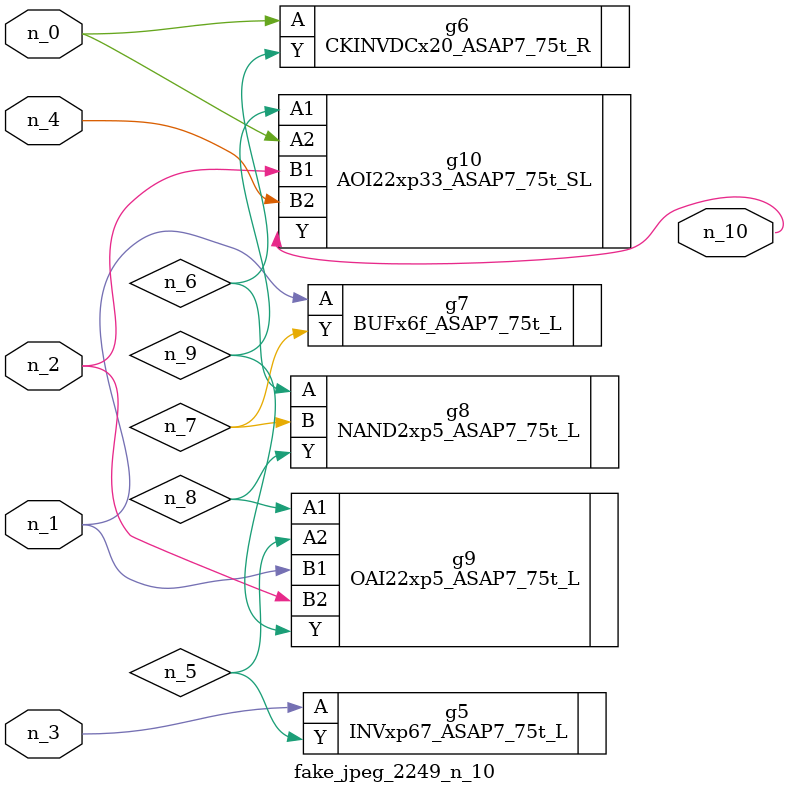
<source format=v>
module fake_jpeg_2249_n_10 (n_3, n_2, n_1, n_0, n_4, n_10);

input n_3;
input n_2;
input n_1;
input n_0;
input n_4;

output n_10;

wire n_8;
wire n_9;
wire n_6;
wire n_5;
wire n_7;

INVxp67_ASAP7_75t_L g5 ( 
.A(n_3),
.Y(n_5)
);

CKINVDCx20_ASAP7_75t_R g6 ( 
.A(n_0),
.Y(n_6)
);

BUFx6f_ASAP7_75t_L g7 ( 
.A(n_1),
.Y(n_7)
);

NAND2xp5_ASAP7_75t_L g8 ( 
.A(n_6),
.B(n_7),
.Y(n_8)
);

OAI22xp5_ASAP7_75t_L g9 ( 
.A1(n_8),
.A2(n_5),
.B1(n_1),
.B2(n_2),
.Y(n_9)
);

AOI22xp33_ASAP7_75t_SL g10 ( 
.A1(n_9),
.A2(n_0),
.B1(n_2),
.B2(n_4),
.Y(n_10)
);


endmodule
</source>
